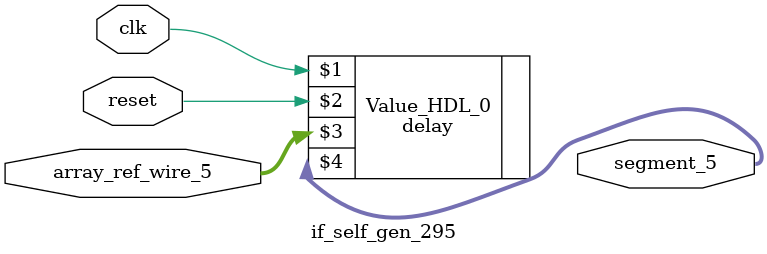
<source format=v>
module if_self_gen_295( input clk, input reset, input [31:0]array_ref_wire_5, output [31:0]segment_5); 
	wire [31:0]segment_5;
	//Proceed with segment_5 = array_ref_wire_5
	delay Value_HDL_0 ( clk, reset, array_ref_wire_5, segment_5);
endmodule
</source>
